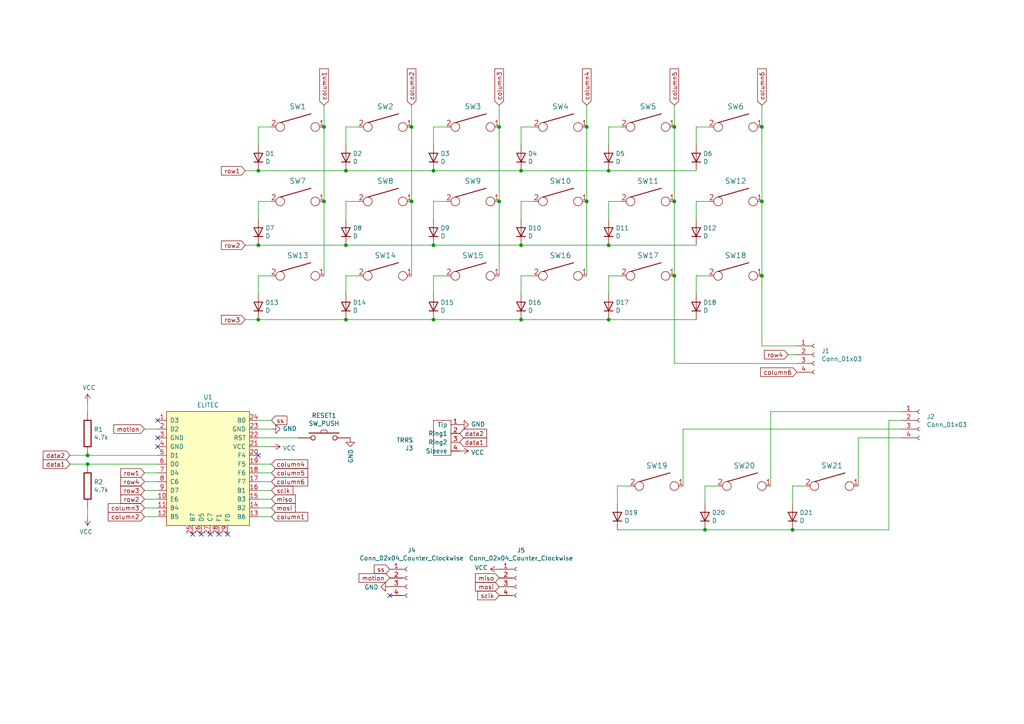
<source format=kicad_sch>
(kicad_sch (version 20230121) (generator eeschema)
  (paper "A4")
  (lib_symbols
    (symbol "Device:D" (pin_numbers hide) (pin_names (offset 1.016) hide)
      (property "Reference" "D" (at 0 2.54 0))
      (property "Value" "D" (at 0 -2.54 0))
      (symbol "D_0_1"
        (polyline (pts (xy -1.27 1.27) (xy -1.27 -1.27)) (stroke (width 0.254)))
        (polyline (pts (xy 1.27 0) (xy -1.27 0)))
        (polyline (pts (xy 1.27 1.27) (xy 1.27 -1.27) (xy -1.27 0) (xy 1.27 1.27)) (stroke (width 0.254)))
      )
      (symbol "D_1_1"
        (pin passive line (at -3.81 0 0) (length 2.54) (name "K") (number "1"))
        (pin passive line (at 3.81 0 180) (length 2.54) (name "A") (number "2"))
      )
    )
    (symbol "oddball-rescue:Conn_01x04_Female-Connector" (pin_names (offset 1.016) hide)
      (property "Reference" "J" (at 0 5.08 0))
      (property "Value" "Connector_Conn_01x04_Female" (at 0 -7.62 0))
      (symbol "Conn_01x04_Female-Connector_1_1"
        (arc (start 0 -4.572) (mid -0.5058 -5.08) (end 0 -5.588) (stroke (width 0.1524)))
        (arc (start 0 -2.032) (mid -0.5058 -2.54) (end 0 -3.048) (stroke (width 0.1524)))
        (polyline (pts (xy -1.27 -5.08) (xy -0.508 -5.08)) (stroke (width 0.1524)))
        (polyline (pts (xy -1.27 -2.54) (xy -0.508 -2.54)) (stroke (width 0.1524)))
        (polyline (pts (xy -1.27 0) (xy -0.508 0)) (stroke (width 0.1524)))
        (polyline (pts (xy -1.27 2.54) (xy -0.508 2.54)) (stroke (width 0.1524)))
        (arc (start 0 0.508) (mid -0.5058 0) (end 0 -0.508) (stroke (width 0.1524)))
        (arc (start 0 3.048) (mid -0.5058 2.54) (end 0 2.032) (stroke (width 0.1524)))
        (pin passive line (at -5.08 2.54 0) (length 3.81) (name "Pin_1") (number "1"))
        (pin passive line (at -5.08 0 0) (length 3.81) (name "Pin_2") (number "2"))
        (pin passive line (at -5.08 -2.54 0) (length 3.81) (name "Pin_3") (number "3"))
        (pin passive line (at -5.08 -5.08 0) (length 3.81) (name "Pin_4") (number "4"))
      )
    )
    (symbol "oddball-rescue:ELITEC-custom-custom" (pin_names (offset 1.016))
      (property "Reference" "U" (at 0 15.24 0))
      (property "Value" "custom_ELITEC-custom" (at 0 17.78 0))
      (symbol "ELITEC-custom-custom_0_1"
        (rectangle (start -12.7 12.7) (end 11.43 -20.32) (fill (type background)))
      )
      (symbol "ELITEC-custom-custom_1_1"
        (pin input line (at -15.24 10.16 0) (length 2.54) (name "D3") (number "1"))
        (pin input line (at -15.24 -12.7 0) (length 2.54) (name "E6") (number "10"))
        (pin input line (at -15.24 -15.24 0) (length 2.54) (name "B4") (number "11"))
        (pin input line (at -15.24 -17.78 0) (length 2.54) (name "B5") (number "12"))
        (pin input line (at 13.97 -17.78 180) (length 2.54) (name "B6") (number "13"))
        (pin input line (at 13.97 -15.24 180) (length 2.54) (name "B2") (number "14"))
        (pin input line (at 13.97 -12.7 180) (length 2.54) (name "B3") (number "15"))
        (pin input line (at 13.97 -10.16 180) (length 2.54) (name "B1") (number "16"))
        (pin input line (at 13.97 -7.62 180) (length 2.54) (name "F7") (number "17"))
        (pin input line (at 13.97 -5.08 180) (length 2.54) (name "F6") (number "18"))
        (pin input line (at 13.97 -2.54 180) (length 2.54) (name "F5") (number "19"))
        (pin input line (at -15.24 7.62 0) (length 2.54) (name "D2") (number "2"))
        (pin input line (at 13.97 0 180) (length 2.54) (name "F4") (number "20"))
        (pin input line (at 13.97 2.54 180) (length 2.54) (name "VCC") (number "21"))
        (pin input line (at 13.97 5.08 180) (length 2.54) (name "RST") (number "22"))
        (pin input line (at 13.97 7.62 180) (length 2.54) (name "GND") (number "23"))
        (pin input line (at 13.97 10.16 180) (length 2.54) (name "B0") (number "24"))
        (pin input line (at -5.08 -22.86 90) (length 2.54) (name "B7") (number "25"))
        (pin input line (at -2.54 -22.86 90) (length 2.54) (name "D5") (number "26"))
        (pin input line (at 0 -22.86 90) (length 2.54) (name "C7") (number "27"))
        (pin input line (at 2.54 -22.86 90) (length 2.54) (name "F1") (number "28"))
        (pin input line (at 5.08 -22.86 90) (length 2.54) (name "F0") (number "29"))
        (pin input line (at -15.24 5.08 0) (length 2.54) (name "GND") (number "3"))
        (pin input line (at -15.24 2.54 0) (length 2.54) (name "GND") (number "4"))
        (pin input line (at -15.24 0 0) (length 2.54) (name "D1") (number "5"))
        (pin input line (at -15.24 -2.54 0) (length 2.54) (name "D0") (number "6"))
        (pin input line (at -15.24 -5.08 0) (length 2.54) (name "D4") (number "7"))
        (pin input line (at -15.24 -7.62 0) (length 2.54) (name "C6") (number "8"))
        (pin input line (at -15.24 -10.16 0) (length 2.54) (name "D7") (number "9"))
      )
    )
    (symbol "oddball-rescue:KEYSW-keyboard_parts" (pin_names (offset 1.016))
      (property "Reference" "K?" (at -1.27 0 0))
      (symbol "KEYSW-keyboard_parts_0_1"
        (circle (center -5.08 0) (radius 1.27))
        (polyline (pts (xy -5.08 1.27) (xy 3.81 3.81)) (stroke (width 0.254)))
        (circle (center 5.08 0) (radius 1.27))
      )
      (symbol "KEYSW-keyboard_parts_1_1"
        (pin passive line (at 7.62 0 180) (length 1.27) (name "~") (number "1"))
        (pin passive line (at -7.62 0 0) (length 1.27) (name "~") (number "2"))
      )
    )
    (symbol "oddball-rescue:R-keyboard_parts" (pin_numbers hide) (pin_names (offset 0))
      (property "Reference" "R" (at 2.032 0 90))
      (property "Value" "keyboard_parts_R" (at 0 0 90))
      (symbol "R-keyboard_parts_0_1"
        (rectangle (start -1.016 3.81) (end 1.016 -3.81) (stroke (width 0.3048)))
      )
      (symbol "R-keyboard_parts_1_1"
        (pin passive line (at 0 6.35 270) (length 2.54) (name "~") (number "1"))
        (pin passive line (at 0 -6.35 90) (length 2.54) (name "~") (number "2"))
      )
    )
    (symbol "oddball-rescue:SW_PUSH-keyboard_parts" (pin_numbers hide) (pin_names (offset 1.016) hide)
      (property "Reference" "SW" (at 3.81 2.794 0))
      (property "Value" "keyboard_parts_SW_PUSH" (at 0 -2.032 0))
      (symbol "SW_PUSH-keyboard_parts_0_1"
        (rectangle (start -4.318 1.27) (end 4.318 1.524))
        (polyline (pts (xy -1.016 1.524) (xy -0.762 2.286) (xy 0.762 2.286) (xy 1.016 1.524)))
        (pin passive inverted (at -7.62 0 0) (length 5.08) (name "1") (number "1"))
        (pin passive inverted (at 7.62 0 180) (length 5.08) (name "2") (number "2"))
      )
    )
    (symbol "oddball-rescue:TRRS-custom" (pin_names (offset 1.016))
      (property "Reference" "J" (at 0 0 0))
      (property "Value" "custom_TRRS" (at 0 6.35 0))
      (symbol "TRRS-custom_0_1"
        (rectangle (start -2.54 5.08) (end 2.54 -5.08))
      )
      (symbol "TRRS-custom_1_1"
        (pin bidirectional line (at 5.08 3.81 180) (length 2.54) (name "Tip") (number "1"))
        (pin bidirectional line (at 5.08 1.27 180) (length 2.54) (name "Ring1") (number "2"))
        (pin bidirectional line (at 5.08 -1.27 180) (length 2.54) (name "Ring2") (number "3"))
        (pin bidirectional line (at 5.08 -3.81 180) (length 2.54) (name "Sleeve") (number "4"))
      )
    )
    (symbol "power:GND" (power) (pin_names (offset 0))
      (property "Value" "GND" (at 0 -3.81 0))
      (symbol "GND_0_1"
        (polyline (pts (xy 0 0) (xy 0 -1.27) (xy 1.27 -1.27) (xy 0 -2.54) (xy -1.27 -1.27) (xy 0 -1.27)))
      )
      (symbol "GND_1_1"
        (pin power_in line (at 0 0 270) (length 0) hide (name "GND") (number "1"))
      )
    )
    (symbol "power:VCC" (power) (pin_names (offset 0))
      (property "Value" "VCC" (at 0 3.81 0))
      (symbol "VCC_0_1"
        (polyline (pts (xy -0.762 1.27) (xy 0 2.54)))
        (polyline (pts (xy 0 0) (xy 0 2.54)))
        (polyline (pts (xy 0 2.54) (xy 0.762 1.27)))
      )
      (symbol "VCC_1_1"
        (pin power_in line (at 0 0 90) (length 0) hide (name "VCC") (number "1"))
      )
    )
  )
  (junction (at 220.98 36.83))
  (junction (at 204.47 153.67))
  (junction (at 74.93 71.12))
  (junction (at 93.98 36.83))
  (junction (at 25.4 132.08))
  (junction (at 74.93 92.71))
  (junction (at 229.87 153.67))
  (junction (at 195.58 36.83))
  (junction (at 125.73 92.71))
  (junction (at 151.13 71.12))
  (junction (at 25.4 134.62))
  (junction (at 125.73 71.12))
  (junction (at 74.93 49.53))
  (junction (at 176.53 71.12))
  (junction (at 170.18 58.42))
  (junction (at 119.38 58.42))
  (junction (at 93.98 58.42))
  (junction (at 144.78 58.42))
  (junction (at 170.18 36.83))
  (junction (at 144.78 36.83))
  (junction (at 100.33 49.53))
  (junction (at 220.98 58.42))
  (junction (at 176.53 92.71))
  (junction (at 119.38 36.83))
  (junction (at 195.58 58.42))
  (junction (at 100.33 71.12))
  (junction (at 176.53 49.53))
  (junction (at 100.33 92.71))
  (junction (at 125.73 49.53))
  (junction (at 195.58 80.01))
  (junction (at 220.98 80.01))
  (junction (at 151.13 92.71))
  (junction (at 151.13 49.53))
  (no_connect (at 74.93 132.08))
  (no_connect (at 113.03 172.72))
  (no_connect (at 45.72 121.92))
  (no_connect (at 45.72 127))
  (no_connect (at 60.96 154.94))
  (no_connect (at 45.72 129.54))
  (no_connect (at 55.88 154.94))
  (no_connect (at 58.42 154.94))
  (no_connect (at 63.5 154.94))
  (no_connect (at 66.04 154.94))
  (wire (pts (xy 129.54 58.42) (xy 125.73 58.42)))
  (wire (pts (xy 78.74 80.01) (xy 74.93 80.01)))
  (wire (pts (xy 220.98 100.33) (xy 231.14 100.33)))
  (wire (pts (xy 170.18 36.83) (xy 170.18 58.42)))
  (wire (pts (xy 257.81 121.92) (xy 261.62 121.92)))
  (wire (pts (xy 179.07 140.97) (xy 179.07 146.05)))
  (wire (pts (xy 25.4 134.62) (xy 45.72 134.62)))
  (wire (pts (xy 180.34 36.83) (xy 176.53 36.83)))
  (wire (pts (xy 208.28 140.97) (xy 204.47 140.97)))
  (wire (pts (xy 220.98 80.01) (xy 220.98 100.33)))
  (wire (pts (xy 125.73 58.42) (xy 125.73 63.5)))
  (wire (pts (xy 119.38 30.48) (xy 119.38 36.83)))
  (wire (pts (xy 257.81 121.92) (xy 257.81 153.67)))
  (wire (pts (xy 151.13 36.83) (xy 151.13 41.91)))
  (wire (pts (xy 180.34 80.01) (xy 176.53 80.01)))
  (wire (pts (xy 151.13 49.53) (xy 176.53 49.53)))
  (wire (pts (xy 154.94 80.01) (xy 151.13 80.01)))
  (wire (pts (xy 151.13 71.12) (xy 125.73 71.12)))
  (wire (pts (xy 74.93 36.83) (xy 74.93 41.91)))
  (wire (pts (xy 204.47 153.67) (xy 229.87 153.67)))
  (wire (pts (xy 125.73 80.01) (xy 125.73 85.09)))
  (wire (pts (xy 220.98 80.01) (xy 220.98 58.42)))
  (wire (pts (xy 100.33 92.71) (xy 125.73 92.71)))
  (wire (pts (xy 74.93 58.42) (xy 74.93 63.5)))
  (wire (pts (xy 74.93 49.53) (xy 100.33 49.53)))
  (wire (pts (xy 170.18 58.42) (xy 170.18 80.01)))
  (wire (pts (xy 257.81 153.67) (xy 229.87 153.67)))
  (wire (pts (xy 45.72 144.78) (xy 41.91 144.78)))
  (wire (pts (xy 176.53 49.53) (xy 201.93 49.53)))
  (wire (pts (xy 201.93 36.83) (xy 201.93 41.91)))
  (wire (pts (xy 201.93 58.42) (xy 201.93 63.5)))
  (wire (pts (xy 25.4 132.08) (xy 20.32 132.08)))
  (wire (pts (xy 220.98 36.83) (xy 220.98 58.42)))
  (wire (pts (xy 100.33 71.12) (xy 74.93 71.12)))
  (wire (pts (xy 201.93 80.01) (xy 201.93 85.09)))
  (wire (pts (xy 229.87 146.05) (xy 229.87 140.97)))
  (wire (pts (xy 195.58 36.83) (xy 195.58 58.42)))
  (wire (pts (xy 20.32 134.62) (xy 25.4 134.62)))
  (wire (pts (xy 74.93 149.86) (xy 78.74 149.86)))
  (wire (pts (xy 151.13 92.71) (xy 176.53 92.71)))
  (wire (pts (xy 41.91 142.24) (xy 45.72 142.24)))
  (wire (pts (xy 198.12 124.46) (xy 198.12 140.97)))
  (wire (pts (xy 74.93 139.7) (xy 78.74 139.7)))
  (wire (pts (xy 129.54 36.83) (xy 125.73 36.83)))
  (wire (pts (xy 154.94 36.83) (xy 151.13 36.83)))
  (wire (pts (xy 176.53 58.42) (xy 176.53 63.5)))
  (wire (pts (xy 93.98 30.48) (xy 93.98 36.83)))
  (wire (pts (xy 223.52 119.38) (xy 261.62 119.38)))
  (wire (pts (xy 176.53 92.71) (xy 201.93 92.71)))
  (wire (pts (xy 45.72 137.16) (xy 41.91 137.16)))
  (wire (pts (xy 100.33 36.83) (xy 100.33 41.91)))
  (wire (pts (xy 78.74 147.32) (xy 74.93 147.32)))
  (wire (pts (xy 229.87 140.97) (xy 233.68 140.97)))
  (wire (pts (xy 78.74 36.83) (xy 74.93 36.83)))
  (wire (pts (xy 104.14 36.83) (xy 100.33 36.83)))
  (wire (pts (xy 74.93 142.24) (xy 78.74 142.24)))
  (wire (pts (xy 71.12 49.53) (xy 74.93 49.53)))
  (wire (pts (xy 195.58 58.42) (xy 195.58 80.01)))
  (wire (pts (xy 180.34 58.42) (xy 176.53 58.42)))
  (wire (pts (xy 41.91 147.32) (xy 45.72 147.32)))
  (wire (pts (xy 144.78 30.48) (xy 144.78 36.83)))
  (wire (pts (xy 205.74 58.42) (xy 201.93 58.42)))
  (wire (pts (xy 205.74 80.01) (xy 201.93 80.01)))
  (wire (pts (xy 45.72 149.86) (xy 41.91 149.86)))
  (wire (pts (xy 25.4 116.84) (xy 25.4 119.38)))
  (wire (pts (xy 45.72 132.08) (xy 25.4 132.08)))
  (wire (pts (xy 144.78 36.83) (xy 144.78 58.42)))
  (wire (pts (xy 74.93 80.01) (xy 74.93 85.09)))
  (wire (pts (xy 220.98 30.48) (xy 220.98 36.83)))
  (wire (pts (xy 93.98 58.42) (xy 93.98 80.01)))
  (wire (pts (xy 248.92 127) (xy 261.62 127)))
  (wire (pts (xy 182.88 140.97) (xy 179.07 140.97)))
  (wire (pts (xy 170.18 30.48) (xy 170.18 36.83)))
  (wire (pts (xy 125.73 49.53) (xy 151.13 49.53)))
  (wire (pts (xy 78.74 144.78) (xy 74.93 144.78)))
  (wire (pts (xy 74.93 129.54) (xy 78.74 129.54)))
  (wire (pts (xy 176.53 36.83) (xy 176.53 41.91)))
  (wire (pts (xy 151.13 80.01) (xy 151.13 85.09)))
  (wire (pts (xy 100.33 58.42) (xy 100.33 63.5)))
  (wire (pts (xy 176.53 80.01) (xy 176.53 85.09)))
  (wire (pts (xy 205.74 36.83) (xy 201.93 36.83)))
  (wire (pts (xy 154.94 58.42) (xy 151.13 58.42)))
  (wire (pts (xy 125.73 36.83) (xy 125.73 41.91)))
  (wire (pts (xy 100.33 92.71) (xy 74.93 92.71)))
  (wire (pts (xy 104.14 58.42) (xy 100.33 58.42)))
  (wire (pts (xy 93.98 36.83) (xy 93.98 58.42)))
  (wire (pts (xy 261.62 124.46) (xy 198.12 124.46)))
  (wire (pts (xy 119.38 58.42) (xy 119.38 80.01)))
  (wire (pts (xy 100.33 80.01) (xy 100.33 85.09)))
  (wire (pts (xy 204.47 140.97) (xy 204.47 146.05)))
  (wire (pts (xy 248.92 140.97) (xy 248.92 127)))
  (wire (pts (xy 201.93 71.12) (xy 176.53 71.12)))
  (wire (pts (xy 104.14 80.01) (xy 100.33 80.01)))
  (wire (pts (xy 78.74 58.42) (xy 74.93 58.42)))
  (wire (pts (xy 25.4 147.32) (xy 25.4 149.86)))
  (wire (pts (xy 41.91 139.7) (xy 45.72 139.7)))
  (wire (pts (xy 41.91 124.46) (xy 45.72 124.46)))
  (wire (pts (xy 100.33 71.12) (xy 125.73 71.12)))
  (wire (pts (xy 231.14 105.41) (xy 195.58 105.41)))
  (wire (pts (xy 74.93 134.62) (xy 78.74 134.62)))
  (wire (pts (xy 195.58 30.48) (xy 195.58 36.83)))
  (wire (pts (xy 74.93 121.92) (xy 78.74 121.92)))
  (wire (pts (xy 100.33 49.53) (xy 125.73 49.53)))
  (wire (pts (xy 129.54 80.01) (xy 125.73 80.01)))
  (wire (pts (xy 228.6 102.87) (xy 231.14 102.87)))
  (wire (pts (xy 195.58 80.01) (xy 195.58 105.41)))
  (wire (pts (xy 223.52 140.97) (xy 223.52 119.38)))
  (wire (pts (xy 144.78 58.42) (xy 144.78 80.01)))
  (wire (pts (xy 78.74 124.46) (xy 74.93 124.46)))
  (wire (pts (xy 151.13 58.42) (xy 151.13 63.5)))
  (wire (pts (xy 119.38 36.83) (xy 119.38 58.42)))
  (wire (pts (xy 151.13 92.71) (xy 125.73 92.71)))
  (wire (pts (xy 71.12 92.71) (xy 74.93 92.71)))
  (wire (pts (xy 86.36 127) (xy 74.93 127)))
  (wire (pts (xy 151.13 71.12) (xy 176.53 71.12)))
  (wire (pts (xy 74.93 137.16) (xy 78.74 137.16)))
  (wire (pts (xy 71.12 71.12) (xy 74.93 71.12)))
  (wire (pts (xy 204.47 153.67) (xy 179.07 153.67)))
  (global_label "column3" (shape input) (at 41.91 147.32 180) (property "Intersheetrefs" "${INTERSHEET_REFS}" (effects hide)))
  (global_label "ss" (shape input) (at 113.03 165.1 180) (property "Intersheetrefs" "${INTERSHEET_REFS}" (effects hide)))
  (global_label "mosi" (shape input) (at 144.78 170.18 180) (property "Intersheetrefs" "${INTERSHEET_REFS}" (effects hide)))
  (global_label "sclk" (shape input) (at 78.74 142.24 0) (property "Intersheetrefs" "${INTERSHEET_REFS}" (effects hide)))
  (global_label "motion" (shape input) (at 113.03 167.64 180) (property "Intersheetrefs" "${INTERSHEET_REFS}" (effects hide)))
  (global_label "data2" (shape input) (at 133.35 125.73 0) (property "Intersheetrefs" "${INTERSHEET_REFS}" (effects hide)))
  (global_label "sclk" (shape input) (at 144.78 172.72 180) (property "Intersheetrefs" "${INTERSHEET_REFS}" (effects hide)))
  (global_label "miso" (shape input) (at 78.74 144.78 0) (property "Intersheetrefs" "${INTERSHEET_REFS}" (effects hide)))
  (global_label "ss" (shape input) (at 78.74 121.92 0) (property "Intersheetrefs" "${INTERSHEET_REFS}" (effects hide)))
  (global_label "column3" (shape input) (at 144.78 30.48 90) (property "Intersheetrefs" "${INTERSHEET_REFS}" (effects hide)))
  (global_label "row4" (shape input) (at 228.6 102.87 180) (property "Intersheetrefs" "${INTERSHEET_REFS}" (effects hide)))
  (global_label "column5" (shape input) (at 195.58 30.48 90) (property "Intersheetrefs" "${INTERSHEET_REFS}" (effects hide)))
  (global_label "row1" (shape input) (at 41.91 137.16 180) (property "Intersheetrefs" "${INTERSHEET_REFS}" (effects hide)))
  (global_label "row3" (shape input) (at 71.12 92.71 180) (property "Intersheetrefs" "${INTERSHEET_REFS}" (effects hide)))
  (global_label "row2" (shape input) (at 71.12 71.12 180) (property "Intersheetrefs" "${INTERSHEET_REFS}" (effects hide)))
  (global_label "column4" (shape input) (at 78.74 134.62 0) (property "Intersheetrefs" "${INTERSHEET_REFS}" (effects hide)))
  (global_label "miso" (shape input) (at 144.78 167.64 180) (property "Intersheetrefs" "${INTERSHEET_REFS}" (effects hide)))
  (global_label "column5" (shape input) (at 78.74 137.16 0) (property "Intersheetrefs" "${INTERSHEET_REFS}" (effects hide)))
  (global_label "column2" (shape input) (at 119.38 30.48 90) (property "Intersheetrefs" "${INTERSHEET_REFS}" (effects hide)))
  (global_label "row3" (shape input) (at 41.91 142.24 180) (property "Intersheetrefs" "${INTERSHEET_REFS}" (effects hide)))
  (global_label "mosi" (shape input) (at 78.74 147.32 0) (property "Intersheetrefs" "${INTERSHEET_REFS}" (effects hide)))
  (global_label "data1" (shape input) (at 20.32 134.62 180) (property "Intersheetrefs" "${INTERSHEET_REFS}" (effects hide)))
  (global_label "column1" (shape input) (at 78.74 149.86 0) (property "Intersheetrefs" "${INTERSHEET_REFS}" (effects hide)))
  (global_label "data1" (shape input) (at 133.35 128.27 0) (property "Intersheetrefs" "${INTERSHEET_REFS}" (effects hide)))
  (global_label "column6" (shape input) (at 231.14 107.95 180) (property "Intersheetrefs" "${INTERSHEET_REFS}" (effects hide)))
  (global_label "row2" (shape input) (at 41.91 144.78 180) (property "Intersheetrefs" "${INTERSHEET_REFS}" (effects hide)))
  (global_label "column2" (shape input) (at 41.91 149.86 180) (property "Intersheetrefs" "${INTERSHEET_REFS}" (effects hide)))
  (global_label "row1" (shape input) (at 71.12 49.53 180) (property "Intersheetrefs" "${INTERSHEET_REFS}" (effects hide)))
  (global_label "motion" (shape input) (at 41.91 124.46 180) (property "Intersheetrefs" "${INTERSHEET_REFS}" (effects hide)))
  (global_label "column1" (shape input) (at 93.98 30.48 90) (property "Intersheetrefs" "${INTERSHEET_REFS}" (effects hide)))
  (global_label "row4" (shape input) (at 41.91 139.7 180) (property "Intersheetrefs" "${INTERSHEET_REFS}" (effects hide)))
  (global_label "column6" (shape input) (at 220.98 30.48 90) (property "Intersheetrefs" "${INTERSHEET_REFS}" (effects hide)))
  (global_label "column6" (shape input) (at 78.74 139.7 0) (property "Intersheetrefs" "${INTERSHEET_REFS}" (effects hide)))
  (global_label "data2" (shape input) (at 20.32 132.08 180) (property "Intersheetrefs" "${INTERSHEET_REFS}" (effects hide)))
  (global_label "column4" (shape input) (at 170.18 30.48 90) (property "Intersheetrefs" "${INTERSHEET_REFS}" (effects hide)))
  (symbol (lib_id "oddball-rescue:KEYSW-keyboard_parts") (at 111.76 36.83 0) (unit 1)
    (property "Reference" "SW2" (at 111.76 30.9118 0) (effects (font (size 1.524 1.524))))
    (property "Value" "KEYSW" (effects hide))
    (property "Footprint" "oddball:Hybrid_PLATE_100H_Dual_hole-flip" (effects hide))
  )
  (symbol (lib_id "Device:D") (at 100.33 45.72 90) (unit 1)
    (property "Reference" "D2" (at 102.3366 44.5516 90) (effects (justify right)))
    (property "Value" "D" (at 102.3366 46.863 90) (effects (justify right)))
    (property "Footprint" "oddball:Diode" (effects hide))
  )
  (symbol (lib_id "oddball-rescue:KEYSW-keyboard_parts") (at 86.36 36.83 0) (unit 1)
    (property "Reference" "SW1" (at 86.36 30.9118 0) (effects (font (size 1.524 1.524))))
    (property "Value" "KEYSW" (effects hide))
    (property "Footprint" "oddball:Hybrid_PLATE_100H_Dual_hole-flip" (effects hide))
  )
  (symbol (lib_id "Device:D") (at 74.93 45.72 90) (unit 1)
    (property "Reference" "D1" (at 76.9366 44.5516 90) (effects (justify right)))
    (property "Value" "D" (at 76.9366 46.863 90) (effects (justify right)))
    (property "Footprint" "oddball:Diode" (effects hide))
  )
  (symbol (lib_id "oddball-rescue:KEYSW-keyboard_parts") (at 111.76 58.42 0) (unit 1)
    (property "Reference" "SW8" (at 111.76 52.5018 0) (effects (font (size 1.524 1.524))))
    (property "Value" "KEYSW" (effects hide))
    (property "Footprint" "oddball:Hybrid_PLATE_100H_Dual_hole-flip" (effects hide))
  )
  (symbol (lib_id "Device:D") (at 100.33 67.31 90) (unit 1)
    (property "Reference" "D8" (at 102.3366 66.1416 90) (effects (justify right)))
    (property "Value" "D" (at 102.3366 68.453 90) (effects (justify right)))
    (property "Footprint" "oddball:Diode" (effects hide))
  )
  (symbol (lib_id "oddball-rescue:KEYSW-keyboard_parts") (at 86.36 58.42 0) (unit 1)
    (property "Reference" "SW7" (at 86.36 52.5018 0) (effects (font (size 1.524 1.524))))
    (property "Value" "KEYSW" (effects hide))
    (property "Footprint" "oddball:Hybrid_PLATE_100H_Dual_hole-flip" (effects hide))
  )
  (symbol (lib_id "Device:D") (at 74.93 67.31 90) (unit 1)
    (property "Reference" "D7" (at 76.9366 66.1416 90) (effects (justify right)))
    (property "Value" "D" (at 76.9366 68.453 90) (effects (justify right)))
    (property "Footprint" "oddball:Diode" (effects hide))
  )
  (symbol (lib_id "oddball-rescue:KEYSW-keyboard_parts") (at 215.9 140.97 0) (unit 1)
    (property "Reference" "SW20" (at 215.9 135.0518 0) (effects (font (size 1.524 1.524))))
    (property "Value" "KEYSW" (effects hide))
    (property "Footprint" "oddball:Hybrid_PLATE_100H_Dual_hole-flip" (effects hide))
  )
  (symbol (lib_id "Device:D") (at 204.47 149.86 90) (unit 1)
    (property "Reference" "D20" (at 206.4766 148.6916 90) (effects (justify right)))
    (property "Value" "D" (at 206.4766 151.003 90) (effects (justify right)))
    (property "Footprint" "oddball:Diode" (effects hide))
  )
  (symbol (lib_id "oddball-rescue:KEYSW-keyboard_parts") (at 190.5 140.97 0) (unit 1)
    (property "Reference" "SW19" (at 190.5 135.0518 0) (effects (font (size 1.524 1.524))))
    (property "Value" "KEYSW" (effects hide))
    (property "Footprint" "oddball:Hybrid_PLATE_100H_Dual_hole-flip" (effects hide))
  )
  (symbol (lib_id "Device:D") (at 179.07 149.86 90) (unit 1)
    (property "Reference" "D19" (at 181.0766 148.6916 90) (effects (justify right)))
    (property "Value" "D" (at 181.0766 151.003 90) (effects (justify right)))
    (property "Footprint" "oddball:Diode" (effects hide))
  )
  (symbol (lib_id "oddball-rescue:KEYSW-keyboard_parts") (at 162.56 36.83 0) (unit 1)
    (property "Reference" "SW4" (at 162.56 30.9118 0) (effects (font (size 1.524 1.524))))
    (property "Value" "KEYSW" (effects hide))
    (property "Footprint" "oddball:Hybrid_PLATE_100H_Dual_hole-flip" (effects hide))
  )
  (symbol (lib_id "Device:D") (at 151.13 45.72 90) (unit 1)
    (property "Reference" "D4" (at 153.1366 44.5516 90) (effects (justify right)))
    (property "Value" "D" (at 153.1366 46.863 90) (effects (justify right)))
    (property "Footprint" "oddball:Diode" (effects hide))
  )
  (symbol (lib_id "oddball-rescue:KEYSW-keyboard_parts") (at 137.16 36.83 0) (unit 1)
    (property "Reference" "SW3" (at 137.16 30.9118 0) (effects (font (size 1.524 1.524))))
    (property "Value" "KEYSW" (effects hide))
    (property "Footprint" "oddball:Hybrid_PLATE_100H_Dual_hole-flip" (effects hide))
  )
  (symbol (lib_id "Device:D") (at 125.73 45.72 90) (unit 1)
    (property "Reference" "D3" (at 127.7366 44.5516 90) (effects (justify right)))
    (property "Value" "D" (at 127.7366 46.863 90) (effects (justify right)))
    (property "Footprint" "oddball:Diode" (effects hide))
  )
  (symbol (lib_id "oddball-rescue:KEYSW-keyboard_parts") (at 162.56 58.42 0) (unit 1)
    (property "Reference" "SW10" (at 162.56 52.5018 0) (effects (font (size 1.524 1.524))))
    (property "Value" "KEYSW" (effects hide))
    (property "Footprint" "oddball:Hybrid_PLATE_100H_Dual_hole-flip" (effects hide))
  )
  (symbol (lib_id "Device:D") (at 151.13 67.31 90) (unit 1)
    (property "Reference" "D10" (at 153.1366 66.1416 90) (effects (justify right)))
    (property "Value" "D" (at 153.1366 68.453 90) (effects (justify right)))
    (property "Footprint" "oddball:Diode" (effects hide))
  )
  (symbol (lib_id "oddball-rescue:KEYSW-keyboard_parts") (at 137.16 58.42 0) (unit 1)
    (property "Reference" "SW9" (at 137.16 52.5018 0) (effects (font (size 1.524 1.524))))
    (property "Value" "KEYSW" (effects hide))
    (property "Footprint" "oddball:Hybrid_PLATE_100H_Dual_hole-flip" (effects hide))
  )
  (symbol (lib_id "Device:D") (at 125.73 67.31 90) (unit 1)
    (property "Reference" "D9" (at 127.7366 66.1416 90) (effects (justify right)))
    (property "Value" "D" (at 127.7366 68.453 90) (effects (justify right)))
    (property "Footprint" "oddball:Diode" (effects hide))
  )
  (symbol (lib_id "oddball-rescue:KEYSW-keyboard_parts") (at 213.36 36.83 0) (unit 1)
    (property "Reference" "SW6" (at 213.36 30.9118 0) (effects (font (size 1.524 1.524))))
    (property "Value" "KEYSW" (effects hide))
    (property "Footprint" "oddball:Hybrid_PLATE_100H_Dual_hole-flip" (effects hide))
  )
  (symbol (lib_id "Device:D") (at 201.93 45.72 90) (unit 1)
    (property "Reference" "D6" (at 203.9366 44.5516 90) (effects (justify right)))
    (property "Value" "D" (at 203.9366 46.863 90) (effects (justify right)))
    (property "Footprint" "oddball:Diode" (effects hide))
  )
  (symbol (lib_id "oddball-rescue:KEYSW-keyboard_parts") (at 187.96 36.83 0) (unit 1)
    (property "Reference" "SW5" (at 187.96 30.9118 0) (effects (font (size 1.524 1.524))))
    (property "Value" "KEYSW" (effects hide))
    (property "Footprint" "oddball:Hybrid_PLATE_100H_Dual_hole-flip" (effects hide))
  )
  (symbol (lib_id "Device:D") (at 176.53 45.72 90) (unit 1)
    (property "Reference" "D5" (at 178.5366 44.5516 90) (effects (justify right)))
    (property "Value" "D" (at 178.5366 46.863 90) (effects (justify right)))
    (property "Footprint" "oddball:Diode" (effects hide))
  )
  (symbol (lib_id "oddball-rescue:KEYSW-keyboard_parts") (at 213.36 58.42 0) (unit 1)
    (property "Reference" "SW12" (at 213.36 52.5018 0) (effects (font (size 1.524 1.524))))
    (property "Value" "KEYSW" (effects hide))
    (property "Footprint" "oddball:Hybrid_PLATE_100H_Dual_hole-flip" (effects hide))
  )
  (symbol (lib_id "Device:D") (at 201.93 67.31 90) (unit 1)
    (property "Reference" "D12" (at 203.9366 66.1416 90) (effects (justify right)))
    (property "Value" "D" (at 203.9366 68.453 90) (effects (justify right)))
    (property "Footprint" "oddball:Diode" (effects hide))
  )
  (symbol (lib_id "oddball-rescue:KEYSW-keyboard_parts") (at 187.96 58.42 0) (unit 1)
    (property "Reference" "SW11" (at 187.96 52.5018 0) (effects (font (size 1.524 1.524))))
    (property "Value" "KEYSW" (effects hide))
    (property "Footprint" "oddball:Hybrid_PLATE_100H_Dual_hole-flip" (effects hide))
  )
  (symbol (lib_id "Device:D") (at 176.53 67.31 90) (unit 1)
    (property "Reference" "D11" (at 178.5366 66.1416 90) (effects (justify right)))
    (property "Value" "D" (at 178.5366 68.453 90) (effects (justify right)))
    (property "Footprint" "oddball:Diode" (effects hide))
  )
  (symbol (lib_id "oddball-rescue:KEYSW-keyboard_parts") (at 111.76 80.01 0) (unit 1)
    (property "Reference" "SW14" (at 111.76 74.0918 0) (effects (font (size 1.524 1.524))))
    (property "Value" "KEYSW" (effects hide))
    (property "Footprint" "oddball:Hybrid_PLATE_100H_Dual_hole-flip" (effects hide))
  )
  (symbol (lib_id "Device:D") (at 100.33 88.9 90) (unit 1)
    (property "Reference" "D14" (at 102.3366 87.7316 90) (effects (justify right)))
    (property "Value" "D" (at 102.3366 90.043 90) (effects (justify right)))
    (property "Footprint" "oddball:Diode" (effects hide))
  )
  (symbol (lib_id "oddball-rescue:KEYSW-keyboard_parts") (at 86.36 80.01 0) (unit 1)
    (property "Reference" "SW13" (at 86.36 74.0918 0) (effects (font (size 1.524 1.524))))
    (property "Value" "KEYSW" (effects hide))
    (property "Footprint" "oddball:Hybrid_PLATE_100H_Dual_hole-flip" (effects hide))
  )
  (symbol (lib_id "Device:D") (at 74.93 88.9 90) (unit 1)
    (property "Reference" "D13" (at 76.9366 87.7316 90) (effects (justify right)))
    (property "Value" "D" (at 76.9366 90.043 90) (effects (justify right)))
    (property "Footprint" "oddball:Diode" (effects hide))
  )
  (symbol (lib_id "oddball-rescue:KEYSW-keyboard_parts") (at 162.56 80.01 0) (unit 1)
    (property "Reference" "SW16" (at 162.56 74.0918 0) (effects (font (size 1.524 1.524))))
    (property "Value" "KEYSW" (effects hide))
    (property "Footprint" "oddball:Hybrid_PLATE_100H_Dual_hole-flip" (effects hide))
  )
  (symbol (lib_id "Device:D") (at 151.13 88.9 90) (unit 1)
    (property "Reference" "D16" (at 153.1366 87.7316 90) (effects (justify right)))
    (property "Value" "D" (at 153.1366 90.043 90) (effects (justify right)))
    (property "Footprint" "oddball:Diode" (effects hide))
  )
  (symbol (lib_id "oddball-rescue:KEYSW-keyboard_parts") (at 137.16 80.01 0) (unit 1)
    (property "Reference" "SW15" (at 137.16 74.0918 0) (effects (font (size 1.524 1.524))))
    (property "Value" "KEYSW" (effects hide))
    (property "Footprint" "oddball:Hybrid_PLATE_100H_Dual_hole-flip" (effects hide))
  )
  (symbol (lib_id "Device:D") (at 125.73 88.9 90) (unit 1)
    (property "Reference" "D15" (at 127.7366 87.7316 90) (effects (justify right)))
    (property "Value" "D" (at 127.7366 90.043 90) (effects (justify right)))
    (property "Footprint" "oddball:Diode" (effects hide))
  )
  (symbol (lib_id "oddball-rescue:KEYSW-keyboard_parts") (at 213.36 80.01 0) (unit 1)
    (property "Reference" "SW18" (at 213.36 74.0918 0) (effects (font (size 1.524 1.524))))
    (property "Value" "KEYSW" (effects hide))
    (property "Footprint" "oddball:Hybrid_PLATE_100H_Dual_hole-flip" (effects hide))
  )
  (symbol (lib_id "Device:D") (at 201.93 88.9 90) (unit 1)
    (property "Reference" "D18" (at 203.9366 87.7316 90) (effects (justify right)))
    (property "Value" "D" (at 203.9366 90.043 90) (effects (justify right)))
    (property "Footprint" "oddball:Diode" (effects hide))
  )
  (symbol (lib_id "oddball-rescue:KEYSW-keyboard_parts") (at 187.96 80.01 0) (unit 1)
    (property "Reference" "SW17" (at 187.96 74.0918 0) (effects (font (size 1.524 1.524))))
    (property "Value" "KEYSW" (effects hide))
    (property "Footprint" "oddball:Hybrid_PLATE_100H_Dual_hole-flip" (effects hide))
  )
  (symbol (lib_id "Device:D") (at 176.53 88.9 90) (unit 1)
    (property "Reference" "D17" (at 178.5366 87.7316 90) (effects (justify right)))
    (property "Value" "D" (at 178.5366 90.043 90) (effects (justify right)))
    (property "Footprint" "oddball:Diode" (effects hide))
  )
  (symbol (lib_id "oddball-rescue:Conn_01x04_Female-Connector") (at 149.86 167.64 0) (unit 1)
    (property "Reference" "J5" (at 151.13 159.5882 0))
    (property "Value" "Conn_02x04_Counter_Clockwise" (at 151.13 161.8996 0))
    (property "Footprint" "Connector_PinSocket_2.54mm:PinSocket_1x04_P2.54mm_Vertical" (effects hide))
  )
  (symbol (lib_id "oddball-rescue:Conn_01x04_Female-Connector") (at 236.22 102.87 0) (unit 1)
    (property "Reference" "J1" (at 238.252 101.8032 0) (effects (justify left)))
    (property "Value" "Conn_01x03" (at 238.252 104.1146 0) (effects (justify left)))
    (property "Footprint" "Connector_PinSocket_2.54mm:PinSocket_1x04_P2.54mm_Vertical" (effects hide))
  )
  (symbol (lib_id "oddball-rescue:Conn_01x04_Female-Connector") (at 266.7 121.92 0) (unit 1)
    (property "Reference" "J2" (at 268.732 120.8532 0) (effects (justify left)))
    (property "Value" "Conn_01x03" (at 268.732 123.1646 0) (effects (justify left)))
    (property "Footprint" "Connector_PinSocket_2.54mm:PinSocket_1x04_P2.54mm_Vertical" (effects hide))
  )
  (symbol (lib_id "oddball-rescue:Conn_01x04_Female-Connector") (at 118.11 167.64 0) (unit 1)
    (property "Reference" "J4" (at 119.38 159.5882 0))
    (property "Value" "Conn_02x04_Counter_Clockwise" (at 119.38 161.8996 0))
    (property "Footprint" "Connector_PinSocket_2.54mm:PinSocket_1x04_P2.54mm_Vertical" (effects hide))
  )
  (symbol (lib_id "power:VCC") (at 144.78 165.1 90) (unit 1)
    (property "Reference" "#PWR010" (effects hide))
    (property "Value" "VCC" (at 141.5288 164.6682 90) (effects (justify left)))
  )
  (symbol (lib_id "power:GND") (at 113.03 170.18 270) (unit 1)
    (property "Reference" "#PWR07" (effects hide))
    (property "Value" "GND" (at 109.7788 170.307 90) (effects (justify right)))
  )
  (symbol (lib_id "oddball-rescue:TRRS-custom") (at 128.27 127 0) (unit 1)
    (property "Reference" "J3" (at 119.888 129.9718 0) (effects (justify right)))
    (property "Value" "TRRS" (at 119.888 127.6604 0) (effects (justify right)))
    (property "Footprint" "oddball:TRRS-PJ-320A-dual" (effects hide))
  )
  (symbol (lib_id "power:GND") (at 133.35 123.19 90) (unit 1)
    (property "Reference" "#PWR02" (effects hide))
    (property "Value" "GND" (at 136.6012 123.063 90) (effects (justify right)))
  )
  (symbol (lib_id "power:VCC") (at 133.35 130.81 270) (unit 1)
    (property "Reference" "#PWR04" (effects hide))
    (property "Value" "VCC" (at 136.6012 131.2418 90) (effects (justify left)))
  )
  (symbol (lib_id "oddball-rescue:ELITEC-custom-custom") (at 60.96 132.08 0) (unit 1)
    (property "Reference" "U1" (at 60.325 115.189 0))
    (property "Value" "ELITEC" (at 60.325 117.5004 0))
    (property "Footprint" "Keebio-Parts:Elite-C" (effects hide))
  )
  (symbol (lib_id "power:VCC") (at 25.4 149.86 180) (unit 1)
    (property "Reference" "#PWR0106" (effects hide))
    (property "Value" "VCC" (at 24.9428 154.2542 0))
  )
  (symbol (lib_id "oddball-rescue:R-keyboard_parts") (at 25.4 140.97 0) (unit 1)
    (property "Reference" "R2" (at 27.2034 139.8016 0) (effects (justify left)))
    (property "Value" "4.7k" (at 27.2034 142.113 0) (effects (justify left)))
    (property "Footprint" "Keebio-Parts:Resistor" (effects hide))
  )
  (symbol (lib_id "oddball-rescue:R-keyboard_parts") (at 25.4 125.73 0) (unit 1)
    (property "Reference" "R1" (at 27.2034 124.5616 0) (effects (justify left)))
    (property "Value" "4.7k" (at 27.2034 126.873 0) (effects (justify left)))
    (property "Footprint" "Keebio-Parts:Resistor" (effects hide))
  )
  (symbol (lib_id "power:VCC") (at 25.4 116.84 0) (unit 1)
    (property "Reference" "#PWR0105" (effects hide))
    (property "Value" "VCC" (at 25.8318 112.4458 0))
  )
  (symbol (lib_id "power:VCC") (at 78.74 129.54 270) (unit 1)
    (property "Reference" "#PWR0104" (effects hide))
    (property "Value" "VCC" (at 81.9912 129.9718 90) (effects (justify left)))
  )
  (symbol (lib_id "oddball-rescue:SW_PUSH-keyboard_parts") (at 93.98 127 0) (unit 1)
    (property "Reference" "RESET1" (at 93.98 120.523 0))
    (property "Value" "SW_PUSH" (at 93.98 122.8344 0))
    (property "Footprint" "oddball:SW_Tactile_SPST_Angled_MJTP1117" (effects hide))
  )
  (symbol (lib_id "power:GND") (at 101.6 127 0) (unit 1)
    (property "Reference" "#PWR0107" (effects hide))
    (property "Value" "GND" (at 101.727 130.2512 90) (effects (justify right)))
  )
  (symbol (lib_id "power:GND") (at 78.74 124.46 90) (unit 1)
    (property "Reference" "#PWR0103" (effects hide))
    (property "Value" "GND" (at 81.9912 124.333 90) (effects (justify right)))
  )
  (symbol (lib_id "Device:D") (at 229.87 149.86 90) (unit 1)
    (property "Reference" "D21" (at 231.8766 148.6916 90) (effects (justify right)))
    (property "Value" "D" (at 231.8766 151.003 90) (effects (justify right)))
    (property "Footprint" "oddball:Diode" (effects hide))
  )
  (symbol (lib_id "oddball-rescue:KEYSW-keyboard_parts") (at 241.3 140.97 0) (unit 1)
    (property "Reference" "SW21" (at 241.3 135.0518 0) (effects (font (size 1.524 1.524))))
    (property "Value" "KEYSW" (effects hide))
    (property "Footprint" "oddball:Hybrid_PLATE_100H_Dual_hole-flip" (effects hide))
  )
)
</source>
